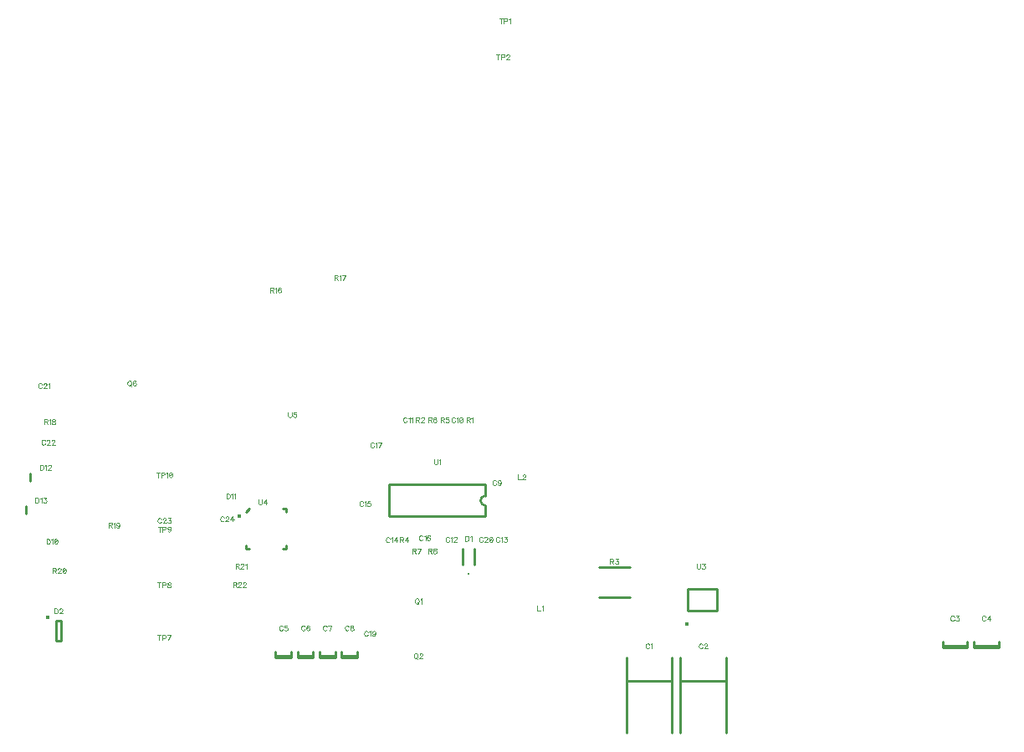
<source format=gbr>
G04 DipTrace 3.3.1.3*
G04 TopSilk.gbr*
%MOMM*%
G04 #@! TF.FileFunction,Legend,Top*
G04 #@! TF.Part,Single*
%ADD10C,0.25*%
%ADD21O,0.23999X0.23961*%
%ADD23O,0.39176X0.39154*%
%ADD39O,0.41272X0.39072*%
%ADD46O,0.39993X0.39962*%
%ADD115C,0.07843*%
%FSLAX35Y35*%
G04*
G71*
G90*
G75*
G01*
G04 TopSilk*
%LPD*%
X5628177Y1933901D2*
D10*
Y1173913D1*
X5168177Y1933901D2*
Y1173913D1*
X5628177Y1703942D2*
X5168177D1*
X6177053Y1933901D2*
Y1173913D1*
X5717053Y1933901D2*
Y1173913D1*
X6177053Y1703942D2*
X5717053D1*
X8618810Y2053427D2*
X8368790D1*
X8618810Y2034507D2*
X8368790D1*
X8618810D2*
Y2094347D1*
X8368790Y2034507D2*
Y2094347D1*
X8936310Y2053427D2*
X8686290D1*
X8936310Y2034507D2*
X8686290D1*
X8936310D2*
Y2094347D1*
X8686290Y2034507D2*
Y2094347D1*
X1779227Y1955300D2*
X1619387D1*
X1779227Y1936380D2*
X1619387D1*
X1779227D2*
Y1996220D1*
X1619387Y1936380D2*
Y1996220D1*
X2001470Y1955300D2*
X1841630D1*
X2001470Y1936380D2*
X1841630D1*
X2001470D2*
Y1996220D1*
X1841630Y1936380D2*
Y1996220D1*
X2223723Y1955300D2*
X2063883D1*
X2223723Y1936380D2*
X2063883D1*
X2223723D2*
Y1996220D1*
X2063883Y1936380D2*
Y1996220D1*
X2445970Y1955300D2*
X2286130D1*
X2445970Y1936380D2*
X2286130D1*
X2445970D2*
Y1996220D1*
X2286130Y1936380D2*
Y1996220D1*
X3512552Y2873412D2*
Y3033410D1*
X3632548Y2873412D2*
Y3033410D1*
D21*
X3572550Y2779412D3*
D23*
X-689315Y2339142D3*
X-601937Y2305805D2*
D10*
Y2105788D1*
X-551963D1*
Y2305805D1*
X-601937D1*
X-862200Y3723050D2*
Y3803050D1*
X-909823Y3389673D2*
Y3469673D1*
X4889087Y2849507D2*
X5208767D1*
X4889087Y2549347D2*
X5208767D1*
X3745000Y3685282D2*
X2765100D1*
X3745000Y3364565D2*
X2765100D1*
Y3685282D2*
Y3364565D1*
X3745000Y3685282D2*
Y3575065D1*
Y3474781D2*
Y3364565D1*
Y3575065D2*
G03X3745000Y3474781I167J-50142D01*
G01*
X1323901Y3411369D2*
X1354205Y3441113D1*
X1323901Y3041241D2*
X1354205D1*
X1323901D2*
Y3070985D1*
X1724280Y3041241D2*
Y3070985D1*
Y3041241D2*
X1693976D1*
X1724280Y3441113D2*
Y3411369D1*
Y3441113D2*
X1693976D1*
D39*
X1254646Y3365785D3*
X5790183Y2412524D2*
D10*
X6090162D1*
X5790183Y2632576D2*
X6090162D1*
Y2412524D2*
Y2632576D1*
D46*
X5780185Y2272541D3*
X5790183Y2412524D2*
D10*
Y2632576D1*
X5402463Y2066189D2*
D115*
X5400048Y2071018D1*
X5395163Y2075903D1*
X5390334Y2078318D1*
X5380619D1*
X5375734Y2075903D1*
X5370904Y2071018D1*
X5368434Y2066189D1*
X5366019Y2058889D1*
Y2046703D1*
X5368434Y2039460D1*
X5370904Y2034574D1*
X5375734Y2029745D1*
X5380619Y2027274D1*
X5390334D1*
X5395163Y2029745D1*
X5400048Y2034574D1*
X5402463Y2039460D1*
X5418149Y2068547D2*
X5423034Y2071018D1*
X5430334Y2078262D1*
Y2027274D1*
X5940418Y2066189D2*
X5938003Y2071018D1*
X5933118Y2075903D1*
X5928288Y2078318D1*
X5918574D1*
X5913688Y2075903D1*
X5908859Y2071018D1*
X5906388Y2066189D1*
X5903974Y2058889D1*
Y2046703D1*
X5906388Y2039460D1*
X5908859Y2034574D1*
X5913688Y2029745D1*
X5918574Y2027274D1*
X5928288D1*
X5933118Y2029745D1*
X5938003Y2034574D1*
X5940418Y2039460D1*
X5958575Y2066133D2*
Y2068547D1*
X5960989Y2073433D1*
X5963404Y2075847D1*
X5968289Y2078262D1*
X5978004D1*
X5982833Y2075847D1*
X5985248Y2073433D1*
X5987718Y2068547D1*
Y2063718D1*
X5985248Y2058833D1*
X5980418Y2051589D1*
X5956104Y2027274D1*
X5990133D1*
X8487164Y2346692D2*
X8484750Y2351521D1*
X8479864Y2356407D1*
X8475035Y2358821D1*
X8465320D1*
X8460435Y2356407D1*
X8455606Y2351521D1*
X8453135Y2346692D1*
X8450720Y2339392D1*
Y2327207D1*
X8453135Y2319963D1*
X8455606Y2315077D1*
X8460435Y2310248D1*
X8465320Y2307777D1*
X8475035D1*
X8479864Y2310248D1*
X8484750Y2315077D1*
X8487164Y2319963D1*
X8507736Y2358765D2*
X8534409D1*
X8519865Y2339336D1*
X8527165D1*
X8531994Y2336921D1*
X8534409Y2334507D1*
X8536880Y2327207D1*
Y2322377D1*
X8534409Y2315077D1*
X8529580Y2310192D1*
X8522280Y2307777D1*
X8514980D1*
X8507736Y2310192D1*
X8505321Y2312663D1*
X8502850Y2317492D1*
X8803457Y2346692D2*
X8801042Y2351521D1*
X8796157Y2356407D1*
X8791328Y2358821D1*
X8781613D1*
X8776728Y2356407D1*
X8771898Y2351521D1*
X8769428Y2346692D1*
X8767013Y2339392D1*
Y2327207D1*
X8769428Y2319963D1*
X8771898Y2315077D1*
X8776728Y2310248D1*
X8781613Y2307777D1*
X8791328D1*
X8796157Y2310248D1*
X8801042Y2315077D1*
X8803457Y2319963D1*
X8843458Y2307777D2*
Y2358765D1*
X8819143Y2324792D1*
X8855587D1*
X1692671Y2248565D2*
X1690256Y2253395D1*
X1685371Y2258280D1*
X1680542Y2260695D1*
X1670827D1*
X1665942Y2258280D1*
X1661112Y2253395D1*
X1658642Y2248565D1*
X1656227Y2241265D1*
Y2229080D1*
X1658642Y2221836D1*
X1661112Y2216951D1*
X1665942Y2212122D1*
X1670827Y2209651D1*
X1680542D1*
X1685371Y2212122D1*
X1690256Y2216951D1*
X1692671Y2221836D1*
X1737501Y2260638D2*
X1713242D1*
X1710828Y2238795D1*
X1713242Y2241209D1*
X1720542Y2243680D1*
X1727786D1*
X1735086Y2241209D1*
X1739972Y2236380D1*
X1742386Y2229080D1*
Y2224251D1*
X1739972Y2216951D1*
X1735086Y2212065D1*
X1727786Y2209651D1*
X1720542D1*
X1713242Y2212065D1*
X1710828Y2214536D1*
X1708357Y2219365D1*
X1916150Y2248565D2*
X1913735Y2253395D1*
X1908850Y2258280D1*
X1904020Y2260695D1*
X1894306D1*
X1889420Y2258280D1*
X1884591Y2253395D1*
X1882120Y2248565D1*
X1879706Y2241265D1*
Y2229080D1*
X1882120Y2221836D1*
X1884591Y2216951D1*
X1889420Y2212122D1*
X1894306Y2209651D1*
X1904020D1*
X1908850Y2212122D1*
X1913735Y2216951D1*
X1916150Y2221836D1*
X1960980Y2253395D2*
X1958565Y2258224D1*
X1951265Y2260638D1*
X1946436D1*
X1939136Y2258224D1*
X1934250Y2250924D1*
X1931836Y2238795D1*
Y2226665D1*
X1934250Y2216951D1*
X1939136Y2212065D1*
X1946436Y2209651D1*
X1948850D1*
X1956094Y2212065D1*
X1960980Y2216951D1*
X1963394Y2224251D1*
Y2226665D1*
X1960980Y2233965D1*
X1956094Y2238795D1*
X1948850Y2241209D1*
X1946436D1*
X1939136Y2238795D1*
X1934250Y2233965D1*
X1931836Y2226665D1*
X2137168Y2248565D2*
X2134753Y2253395D1*
X2129868Y2258280D1*
X2125038Y2260695D1*
X2115324D1*
X2110438Y2258280D1*
X2105609Y2253395D1*
X2103138Y2248565D1*
X2100724Y2241265D1*
Y2229080D1*
X2103138Y2221836D1*
X2105609Y2216951D1*
X2110438Y2212122D1*
X2115324Y2209651D1*
X2125038D1*
X2129868Y2212122D1*
X2134753Y2216951D1*
X2137168Y2221836D1*
X2162568Y2209651D2*
X2186883Y2260638D1*
X2152854D1*
X2359442Y2248565D2*
X2357028Y2253395D1*
X2352142Y2258280D1*
X2347313Y2260695D1*
X2337598D1*
X2332713Y2258280D1*
X2327884Y2253395D1*
X2325413Y2248565D1*
X2322998Y2241265D1*
Y2229080D1*
X2325413Y2221836D1*
X2327884Y2216951D1*
X2332713Y2212122D1*
X2337598Y2209651D1*
X2347313D1*
X2352142Y2212122D1*
X2357028Y2216951D1*
X2359442Y2221836D1*
X2387258Y2260638D2*
X2380014Y2258224D1*
X2377543Y2253395D1*
Y2248509D1*
X2380014Y2243680D1*
X2384843Y2241209D1*
X2394558Y2238795D1*
X2401858Y2236380D1*
X2406687Y2231495D1*
X2409102Y2226665D1*
Y2219365D1*
X2406687Y2214536D1*
X2404272Y2212065D1*
X2396972Y2209651D1*
X2387258D1*
X2380014Y2212065D1*
X2377543Y2214536D1*
X2375129Y2219365D1*
Y2226665D1*
X2377543Y2231495D1*
X2382429Y2236380D1*
X2389672Y2238795D1*
X2399387Y2241209D1*
X2404272Y2243680D1*
X2406687Y2248509D1*
Y2253395D1*
X2404272Y2258224D1*
X2396972Y2260638D1*
X2387258D1*
X3852871Y3721565D2*
X3850457Y3726395D1*
X3845571Y3731280D1*
X3840742Y3733695D1*
X3831028D1*
X3826142Y3731280D1*
X3821313Y3726395D1*
X3818842Y3721565D1*
X3816428Y3714265D1*
Y3702080D1*
X3818842Y3694836D1*
X3821313Y3689951D1*
X3826142Y3685122D1*
X3831028Y3682651D1*
X3840742D1*
X3845571Y3685122D1*
X3850457Y3689951D1*
X3852871Y3694836D1*
X3900172Y3716680D2*
X3897702Y3709380D1*
X3892872Y3704495D1*
X3885572Y3702080D1*
X3883158D1*
X3875858Y3704495D1*
X3871029Y3709380D1*
X3868558Y3716680D1*
Y3719095D1*
X3871029Y3726395D1*
X3875858Y3731224D1*
X3883158Y3733638D1*
X3885572D1*
X3892872Y3731224D1*
X3897702Y3726395D1*
X3900172Y3716680D1*
Y3704495D1*
X3897702Y3692365D1*
X3892872Y3685065D1*
X3885572Y3682651D1*
X3880743D1*
X3873443Y3685065D1*
X3871029Y3689951D1*
X3436855Y4356565D2*
X3434440Y4361395D1*
X3429555Y4366280D1*
X3424726Y4368695D1*
X3415011D1*
X3410126Y4366280D1*
X3405297Y4361395D1*
X3402826Y4356565D1*
X3400411Y4349265D1*
Y4337080D1*
X3402826Y4329836D1*
X3405297Y4324951D1*
X3410126Y4320122D1*
X3415011Y4317651D1*
X3424726D1*
X3429555Y4320122D1*
X3434440Y4324951D1*
X3436855Y4329836D1*
X3452541Y4358924D2*
X3457427Y4361395D1*
X3464727Y4368638D1*
Y4317651D1*
X3495013Y4368638D2*
X3487713Y4366224D1*
X3482828Y4358924D1*
X3480413Y4346795D1*
Y4339495D1*
X3482828Y4327365D1*
X3487713Y4320065D1*
X3495013Y4317651D1*
X3499842D1*
X3507142Y4320065D1*
X3511971Y4327365D1*
X3514442Y4339495D1*
Y4346795D1*
X3511971Y4358924D1*
X3507142Y4366224D1*
X3499842Y4368638D1*
X3495013D1*
X3511971Y4358924D2*
X3482828Y4327365D1*
X2947777Y4356565D2*
X2945362Y4361395D1*
X2940477Y4366280D1*
X2935648Y4368695D1*
X2925933D1*
X2921048Y4366280D1*
X2916218Y4361395D1*
X2913748Y4356565D1*
X2911333Y4349265D1*
Y4337080D1*
X2913748Y4329836D1*
X2916218Y4324951D1*
X2921048Y4320122D1*
X2925933Y4317651D1*
X2935648D1*
X2940477Y4320122D1*
X2945362Y4324951D1*
X2947777Y4329836D1*
X2963463Y4358924D2*
X2968349Y4361395D1*
X2975649Y4368638D1*
Y4317651D1*
X2991335Y4358924D2*
X2996220Y4361395D1*
X3003520Y4368638D1*
Y4317651D1*
X3377353Y3145440D2*
X3374939Y3150270D1*
X3370053Y3155155D1*
X3365224Y3157570D1*
X3355509D1*
X3350624Y3155155D1*
X3345795Y3150270D1*
X3343324Y3145440D1*
X3340909Y3138140D1*
Y3125955D1*
X3343324Y3118711D1*
X3345795Y3113826D1*
X3350624Y3108997D1*
X3355509Y3106526D1*
X3365224D1*
X3370053Y3108997D1*
X3374939Y3113826D1*
X3377353Y3118711D1*
X3393040Y3147799D2*
X3397925Y3150270D1*
X3405225Y3157513D1*
Y3106526D1*
X3423382Y3145384D2*
Y3147799D1*
X3425797Y3152684D1*
X3428211Y3155099D1*
X3433097Y3157513D1*
X3442811D1*
X3447641Y3155099D1*
X3450055Y3152684D1*
X3452526Y3147799D1*
Y3142970D1*
X3450055Y3138084D1*
X3445226Y3130840D1*
X3420911Y3106526D1*
X3454941D1*
X3885353Y3145440D2*
X3882939Y3150270D1*
X3878053Y3155155D1*
X3873224Y3157570D1*
X3863509D1*
X3858624Y3155155D1*
X3853795Y3150270D1*
X3851324Y3145440D1*
X3848909Y3138140D1*
Y3125955D1*
X3851324Y3118711D1*
X3853795Y3113826D1*
X3858624Y3108997D1*
X3863509Y3106526D1*
X3873224D1*
X3878053Y3108997D1*
X3882939Y3113826D1*
X3885353Y3118711D1*
X3901040Y3147799D2*
X3905925Y3150270D1*
X3913225Y3157513D1*
Y3106526D1*
X3933797Y3157513D2*
X3960470D1*
X3945926Y3138084D1*
X3953226D1*
X3958055Y3135670D1*
X3960470Y3133255D1*
X3962941Y3125955D1*
Y3121126D1*
X3960470Y3113826D1*
X3955641Y3108940D1*
X3948341Y3106526D1*
X3941041D1*
X3933797Y3108940D1*
X3931382Y3111411D1*
X3928911Y3116240D1*
X2772894Y3140065D2*
X2770480Y3144895D1*
X2765594Y3149780D1*
X2760765Y3152195D1*
X2751051D1*
X2746165Y3149780D1*
X2741336Y3144895D1*
X2738865Y3140065D1*
X2736451Y3132765D1*
Y3120580D1*
X2738865Y3113336D1*
X2741336Y3108451D1*
X2746165Y3103622D1*
X2751051Y3101151D1*
X2760765D1*
X2765594Y3103622D1*
X2770480Y3108451D1*
X2772894Y3113336D1*
X2788581Y3142424D2*
X2793466Y3144895D1*
X2800766Y3152138D1*
Y3101151D1*
X2840767D2*
Y3152138D1*
X2816452Y3118165D1*
X2852896D1*
X2504228Y3506439D2*
X2501814Y3511268D1*
X2496928Y3516153D1*
X2492099Y3518568D1*
X2482384D1*
X2477499Y3516153D1*
X2472670Y3511268D1*
X2470199Y3506439D1*
X2467784Y3499139D1*
Y3486953D1*
X2470199Y3479710D1*
X2472670Y3474824D1*
X2477499Y3469995D1*
X2482384Y3467524D1*
X2492099D1*
X2496928Y3469995D1*
X2501814Y3474824D1*
X2504228Y3479710D1*
X2519915Y3508797D2*
X2524800Y3511268D1*
X2532100Y3518512D1*
Y3467524D1*
X2576930Y3518512D2*
X2552672D1*
X2550257Y3496668D1*
X2552672Y3499083D1*
X2559972Y3501553D1*
X2567216D1*
X2574516Y3499083D1*
X2579401Y3494253D1*
X2581816Y3486953D1*
Y3482124D1*
X2579401Y3474824D1*
X2574516Y3469939D1*
X2567216Y3467524D1*
X2559972D1*
X2552672Y3469939D1*
X2550257Y3472410D1*
X2547786Y3477239D1*
X3108714Y3160939D2*
X3106299Y3165768D1*
X3101414Y3170653D1*
X3096584Y3173068D1*
X3086870D1*
X3081984Y3170653D1*
X3077155Y3165768D1*
X3074684Y3160939D1*
X3072270Y3153639D1*
Y3141453D1*
X3074684Y3134210D1*
X3077155Y3129324D1*
X3081984Y3124495D1*
X3086870Y3122024D1*
X3096584D1*
X3101414Y3124495D1*
X3106299Y3129324D1*
X3108714Y3134210D1*
X3124400Y3163297D2*
X3129285Y3165768D1*
X3136585Y3173012D1*
Y3122024D1*
X3181416Y3165768D2*
X3179001Y3170597D1*
X3171701Y3173012D1*
X3166872D1*
X3159572Y3170597D1*
X3154686Y3163297D1*
X3152272Y3151168D1*
Y3139039D1*
X3154686Y3129324D1*
X3159572Y3124439D1*
X3166872Y3122024D1*
X3169286D1*
X3176530Y3124439D1*
X3181416Y3129324D1*
X3183830Y3136624D1*
Y3139039D1*
X3181416Y3146339D1*
X3176530Y3151168D1*
X3169286Y3153583D1*
X3166872D1*
X3159572Y3151168D1*
X3154686Y3146339D1*
X3152272Y3139039D1*
X2615355Y4102565D2*
X2612940Y4107395D1*
X2608055Y4112280D1*
X2603226Y4114695D1*
X2593511D1*
X2588626Y4112280D1*
X2583797Y4107395D1*
X2581326Y4102565D1*
X2578911Y4095265D1*
Y4083080D1*
X2581326Y4075836D1*
X2583797Y4070951D1*
X2588626Y4066122D1*
X2593511Y4063651D1*
X2603226D1*
X2608055Y4066122D1*
X2612940Y4070951D1*
X2615355Y4075836D1*
X2631041Y4104924D2*
X2635927Y4107395D1*
X2643227Y4114638D1*
Y4063651D1*
X2668628D2*
X2692942Y4114638D1*
X2658913D1*
X2553059Y2192942D2*
X2550644Y2197771D1*
X2545759Y2202657D1*
X2540930Y2205071D1*
X2531215D1*
X2526330Y2202657D1*
X2521501Y2197771D1*
X2519030Y2192942D1*
X2516615Y2185642D1*
Y2173457D1*
X2519030Y2166213D1*
X2521501Y2161327D1*
X2526330Y2156498D1*
X2531215Y2154027D1*
X2540930D1*
X2545759Y2156498D1*
X2550644Y2161327D1*
X2553059Y2166213D1*
X2568745Y2195301D2*
X2573631Y2197771D1*
X2580931Y2205015D1*
Y2154027D1*
X2628232Y2188057D2*
X2625761Y2180757D1*
X2620932Y2175871D1*
X2613632Y2173457D1*
X2611217D1*
X2603917Y2175871D1*
X2599088Y2180757D1*
X2596617Y2188057D1*
Y2190471D1*
X2599088Y2197771D1*
X2603917Y2202601D1*
X2611217Y2205015D1*
X2613632D1*
X2620932Y2202601D1*
X2625761Y2197771D1*
X2628232Y2188057D1*
Y2175871D1*
X2625761Y2163742D1*
X2620932Y2156442D1*
X2613632Y2154027D1*
X2608802D1*
X2601502Y2156442D1*
X2599088Y2161327D1*
X3715681Y3145440D2*
X3713267Y3150270D1*
X3708381Y3155155D1*
X3703552Y3157570D1*
X3693838D1*
X3688952Y3155155D1*
X3684123Y3150270D1*
X3681652Y3145440D1*
X3679238Y3138140D1*
Y3125955D1*
X3681652Y3118711D1*
X3684123Y3113826D1*
X3688952Y3108997D1*
X3693838Y3106526D1*
X3703552D1*
X3708381Y3108997D1*
X3713267Y3113826D1*
X3715681Y3118711D1*
X3733838Y3145384D2*
Y3147799D1*
X3736253Y3152684D1*
X3738668Y3155099D1*
X3743553Y3157513D1*
X3753268D1*
X3758097Y3155099D1*
X3760512Y3152684D1*
X3762982Y3147799D1*
Y3142970D1*
X3760512Y3138084D1*
X3755682Y3130840D1*
X3731368Y3106526D1*
X3765397D1*
X3795683Y3157513D2*
X3788383Y3155099D1*
X3783498Y3147799D1*
X3781083Y3135670D1*
Y3128370D1*
X3783498Y3116240D1*
X3788383Y3108940D1*
X3795683Y3106526D1*
X3800512D1*
X3807812Y3108940D1*
X3812642Y3116240D1*
X3815112Y3128370D1*
Y3135670D1*
X3812642Y3147799D1*
X3807812Y3155099D1*
X3800512Y3157513D1*
X3795683D1*
X3812642Y3147799D2*
X3783498Y3116240D1*
X-744522Y4700815D2*
X-746936Y4705645D1*
X-751822Y4710530D1*
X-756651Y4712945D1*
X-766366D1*
X-771251Y4710530D1*
X-776080Y4705645D1*
X-778551Y4700815D1*
X-780966Y4693515D1*
Y4681330D1*
X-778551Y4674086D1*
X-776080Y4669201D1*
X-771251Y4664372D1*
X-766366Y4661901D1*
X-756651D1*
X-751822Y4664372D1*
X-746936Y4669201D1*
X-744522Y4674086D1*
X-726365Y4700759D2*
Y4703174D1*
X-723950Y4708059D1*
X-721535Y4710474D1*
X-716650Y4712888D1*
X-706935D1*
X-702106Y4710474D1*
X-699692Y4708059D1*
X-697221Y4703174D1*
Y4698345D1*
X-699692Y4693459D1*
X-704521Y4686215D1*
X-728835Y4661901D1*
X-694806D1*
X-679120Y4703174D2*
X-674234Y4705645D1*
X-666934Y4712888D1*
Y4661901D1*
X-713444Y4130192D2*
X-715858Y4135021D1*
X-720744Y4139907D1*
X-725573Y4142321D1*
X-735287D1*
X-740173Y4139907D1*
X-745002Y4135021D1*
X-747473Y4130192D1*
X-749887Y4122892D1*
Y4110707D1*
X-747473Y4103463D1*
X-745002Y4098577D1*
X-740173Y4093748D1*
X-735287Y4091277D1*
X-725573D1*
X-720744Y4093748D1*
X-715858Y4098577D1*
X-713444Y4103463D1*
X-695287Y4130136D2*
Y4132551D1*
X-692872Y4137436D1*
X-690457Y4139851D1*
X-685572Y4142265D1*
X-675857D1*
X-671028Y4139851D1*
X-668613Y4137436D1*
X-666143Y4132551D1*
Y4127721D1*
X-668613Y4122836D1*
X-673443Y4115592D1*
X-697757Y4091277D1*
X-663728D1*
X-645571Y4130136D2*
Y4132551D1*
X-643156Y4137436D1*
X-640742Y4139851D1*
X-635856Y4142265D1*
X-626142D1*
X-621313Y4139851D1*
X-618898Y4137436D1*
X-616427Y4132551D1*
Y4127721D1*
X-618898Y4122836D1*
X-623727Y4115592D1*
X-648042Y4091277D1*
X-614013D1*
X462806Y3336442D2*
X460392Y3341271D1*
X455506Y3346157D1*
X450677Y3348571D1*
X440963D1*
X436077Y3346157D1*
X431248Y3341271D1*
X428777Y3336442D1*
X426363Y3329142D1*
Y3316957D1*
X428777Y3309713D1*
X431248Y3304827D1*
X436077Y3299998D1*
X440963Y3297527D1*
X450677D1*
X455506Y3299998D1*
X460392Y3304827D1*
X462806Y3309713D1*
X480963Y3336386D2*
Y3338801D1*
X483378Y3343686D1*
X485793Y3346101D1*
X490678Y3348515D1*
X500393D1*
X505222Y3346101D1*
X507637Y3343686D1*
X510107Y3338801D1*
Y3333971D1*
X507637Y3329086D1*
X502807Y3321842D1*
X478493Y3297527D1*
X512522D1*
X533094Y3348515D2*
X559767D1*
X545223Y3329086D1*
X552523D1*
X557352Y3326671D1*
X559767Y3324257D1*
X562237Y3316957D1*
Y3312127D1*
X559767Y3304827D1*
X554937Y3299942D1*
X547637Y3297527D1*
X540337D1*
X533094Y3299942D1*
X530679Y3302413D1*
X528208Y3307242D1*
X1096599Y3352315D2*
X1094184Y3357145D1*
X1089299Y3362030D1*
X1084470Y3364445D1*
X1074755D1*
X1069870Y3362030D1*
X1065041Y3357145D1*
X1062570Y3352315D1*
X1060155Y3345015D1*
Y3332830D1*
X1062570Y3325586D1*
X1065041Y3320701D1*
X1069870Y3315872D1*
X1074755Y3313401D1*
X1084470D1*
X1089299Y3315872D1*
X1094184Y3320701D1*
X1096599Y3325586D1*
X1114756Y3352259D2*
Y3354674D1*
X1117171Y3359559D1*
X1119585Y3361974D1*
X1124471Y3364388D1*
X1134185D1*
X1139015Y3361974D1*
X1141429Y3359559D1*
X1143900Y3354674D1*
Y3349845D1*
X1141429Y3344959D1*
X1136600Y3337715D1*
X1112285Y3313401D1*
X1146315D1*
X1186316D2*
Y3364388D1*
X1162001Y3330415D1*
X1198445D1*
X3541600Y3167820D2*
Y3116776D1*
X3558614D1*
X3565914Y3119247D1*
X3570800Y3124076D1*
X3573214Y3128961D1*
X3575629Y3136205D1*
Y3148390D1*
X3573214Y3155690D1*
X3570800Y3160520D1*
X3565914Y3165405D1*
X3558614Y3167820D1*
X3541600D1*
X3591315Y3158049D2*
X3596200Y3160520D1*
X3603500Y3167763D1*
Y3116776D1*
X-618822Y2433113D2*
Y2382069D1*
X-601808D1*
X-594508Y2384540D1*
X-589622Y2389369D1*
X-587208Y2394255D1*
X-584793Y2401498D1*
Y2413684D1*
X-587208Y2420984D1*
X-589622Y2425813D1*
X-594508Y2430698D1*
X-601808Y2433113D1*
X-618822D1*
X-566636Y2420928D2*
Y2423342D1*
X-564221Y2428228D1*
X-561807Y2430642D1*
X-556921Y2433057D1*
X-547207D1*
X-542378Y2430642D1*
X-539963Y2428228D1*
X-537492Y2423342D1*
Y2418513D1*
X-539963Y2413628D1*
X-544792Y2406384D1*
X-569107Y2382069D1*
X-535078D1*
X-698635Y3136321D2*
Y3085277D1*
X-681620D1*
X-674320Y3087748D1*
X-669435Y3092577D1*
X-667020Y3097463D1*
X-664606Y3104707D1*
Y3116892D1*
X-667020Y3124192D1*
X-669435Y3129021D1*
X-674320Y3133907D1*
X-681620Y3136321D1*
X-698635D1*
X-648919Y3126551D2*
X-644034Y3129021D1*
X-636734Y3136265D1*
Y3085277D1*
X-606448Y3136265D2*
X-613748Y3133851D1*
X-618633Y3126551D1*
X-621048Y3114421D1*
Y3107121D1*
X-618633Y3094992D1*
X-613748Y3087692D1*
X-606448Y3085277D1*
X-601618D1*
X-594318Y3087692D1*
X-589489Y3094992D1*
X-587018Y3107121D1*
Y3114421D1*
X-589489Y3126551D1*
X-594318Y3133851D1*
X-601618Y3136265D1*
X-606448D1*
X-589489Y3126551D2*
X-618633Y3094992D1*
X1122037Y3596695D2*
Y3545651D1*
X1139052D1*
X1146352Y3548122D1*
X1151237Y3552951D1*
X1153652Y3557836D1*
X1156066Y3565080D1*
Y3577265D1*
X1153652Y3584565D1*
X1151237Y3589395D1*
X1146352Y3594280D1*
X1139052Y3596695D1*
X1122037D1*
X1171753Y3586924D2*
X1176638Y3589395D1*
X1183938Y3596638D1*
Y3545651D1*
X1199624Y3586924D2*
X1204510Y3589395D1*
X1211810Y3596638D1*
Y3545651D1*
X-763008Y3887445D2*
Y3836401D1*
X-745994D1*
X-738694Y3838872D1*
X-733808Y3843701D1*
X-731394Y3848586D1*
X-728979Y3855830D1*
Y3868015D1*
X-731394Y3875315D1*
X-733808Y3880145D1*
X-738694Y3885030D1*
X-745994Y3887445D1*
X-763008D1*
X-713293Y3877674D2*
X-708407Y3880145D1*
X-701107Y3887388D1*
Y3836401D1*
X-682950Y3875259D2*
Y3877674D1*
X-680536Y3882559D1*
X-678121Y3884974D1*
X-673236Y3887388D1*
X-663521D1*
X-658692Y3884974D1*
X-656277Y3882559D1*
X-653806Y3877674D1*
Y3872845D1*
X-656277Y3867959D1*
X-661106Y3860715D1*
X-685421Y3836401D1*
X-651392D1*
X-810632Y3554068D2*
Y3503024D1*
X-793617D1*
X-786317Y3505495D1*
X-781432Y3510324D1*
X-779017Y3515210D1*
X-776602Y3522453D1*
Y3534639D1*
X-779017Y3541939D1*
X-781432Y3546768D1*
X-786317Y3551653D1*
X-793617Y3554068D1*
X-810632D1*
X-760916Y3544297D2*
X-756031Y3546768D1*
X-748731Y3554012D1*
Y3503024D1*
X-728159Y3554012D2*
X-701486D1*
X-716030Y3534583D1*
X-708730D1*
X-703901Y3532168D1*
X-701486Y3529753D1*
X-699015Y3522453D1*
Y3517624D1*
X-701486Y3510324D1*
X-706315Y3505439D1*
X-713615Y3503024D1*
X-720915D1*
X-728159Y3505439D1*
X-730574Y3507910D1*
X-733044Y3512739D1*
X4269792Y2462821D2*
Y2411777D1*
X4298936D1*
X4314622Y2453051D2*
X4319508Y2455521D1*
X4326808Y2462765D1*
Y2411777D1*
X4072870Y3788818D2*
Y3737774D1*
X4102014D1*
X4120171Y3776633D2*
Y3779047D1*
X4122586Y3783933D1*
X4125000Y3786347D1*
X4129886Y3788762D1*
X4139600D1*
X4144430Y3786347D1*
X4146844Y3783933D1*
X4149315Y3779047D1*
Y3774218D1*
X4146844Y3769333D1*
X4142015Y3762089D1*
X4117700Y3737774D1*
X4151730D1*
X3045757Y2533945D2*
X3040928Y2531586D1*
X3036042Y2526701D1*
X3033628Y2521815D1*
X3031157Y2514515D1*
Y2502386D1*
X3033628Y2495086D1*
X3036042Y2490257D1*
X3040928Y2485372D1*
X3045757Y2482957D1*
X3055471D1*
X3060357Y2485372D1*
X3065186Y2490257D1*
X3067601Y2495086D1*
X3070071Y2502386D1*
Y2514515D1*
X3067601Y2521815D1*
X3065186Y2526701D1*
X3060357Y2531586D1*
X3055471Y2533945D1*
X3045757D1*
X3053057Y2492672D2*
X3067601Y2478072D1*
X3085758Y2524174D2*
X3090643Y2526645D1*
X3097943Y2533888D1*
Y2482901D1*
X3034838Y1978321D2*
X3030009Y1975963D1*
X3025124Y1971077D1*
X3022709Y1966192D1*
X3020238Y1958892D1*
Y1946763D1*
X3022709Y1939463D1*
X3025124Y1934634D1*
X3030009Y1929748D1*
X3034838Y1927334D1*
X3044553D1*
X3049438Y1929748D1*
X3054268Y1934634D1*
X3056682Y1939463D1*
X3059153Y1946763D1*
Y1958892D1*
X3056682Y1966192D1*
X3054268Y1971077D1*
X3049438Y1975963D1*
X3044553Y1978321D1*
X3034838D1*
X3042138Y1937048D2*
X3056682Y1922448D1*
X3077310Y1966136D2*
Y1968551D1*
X3079725Y1973436D1*
X3082139Y1975851D1*
X3087025Y1978265D1*
X3096739D1*
X3101568Y1975851D1*
X3103983Y1973436D1*
X3106454Y1968551D1*
Y1963721D1*
X3103983Y1958836D1*
X3099154Y1951592D1*
X3074839Y1927277D1*
X3108868D1*
X135444Y4738318D2*
X130614Y4735960D1*
X125729Y4731074D1*
X123314Y4726189D1*
X120844Y4718889D1*
Y4706760D1*
X123314Y4699460D1*
X125729Y4694630D1*
X130614Y4689745D1*
X135444Y4687330D1*
X145158D1*
X150044Y4689745D1*
X154873Y4694630D1*
X157288Y4699460D1*
X159758Y4706760D1*
Y4718889D1*
X157288Y4726189D1*
X154873Y4731074D1*
X150044Y4735960D1*
X145158Y4738318D1*
X135444D1*
X142744Y4697045D2*
X157288Y4682445D1*
X204588Y4731018D2*
X202174Y4735847D1*
X194874Y4738262D1*
X190045D1*
X182745Y4735847D1*
X177859Y4728547D1*
X175445Y4716418D1*
Y4704289D1*
X177859Y4694574D1*
X182745Y4689689D1*
X190045Y4687274D1*
X192459D1*
X199703Y4689689D1*
X204588Y4694574D1*
X207003Y4701874D1*
Y4704289D1*
X204588Y4711589D1*
X199703Y4716418D1*
X192459Y4718833D1*
X190045D1*
X182745Y4716418D1*
X177859Y4711589D1*
X175445Y4704289D1*
X3551476Y4344380D2*
X3573320D1*
X3580620Y4346851D1*
X3583091Y4349265D1*
X3585505Y4354095D1*
Y4358980D1*
X3583091Y4363809D1*
X3580620Y4366280D1*
X3573320Y4368695D1*
X3551476D1*
Y4317651D1*
X3568491Y4344380D2*
X3585505Y4317651D1*
X3601192Y4358924D2*
X3606077Y4361395D1*
X3613377Y4368638D1*
Y4317651D1*
X3040554Y4344380D2*
X3062398D1*
X3069698Y4346851D1*
X3072169Y4349265D1*
X3074584Y4354095D1*
Y4358980D1*
X3072169Y4363809D1*
X3069698Y4366280D1*
X3062398Y4368695D1*
X3040554D1*
Y4317651D1*
X3057569Y4344380D2*
X3074584Y4317651D1*
X3092741Y4356509D2*
Y4358924D1*
X3095155Y4363809D1*
X3097570Y4366224D1*
X3102455Y4368638D1*
X3112170D1*
X3116999Y4366224D1*
X3119414Y4363809D1*
X3121884Y4358924D1*
Y4354095D1*
X3119414Y4349209D1*
X3114584Y4341965D1*
X3090270Y4317651D1*
X3124299D1*
X5007054Y2909507D2*
X5028898D1*
X5036198Y2911977D1*
X5038669Y2914392D1*
X5041084Y2919221D1*
Y2924107D1*
X5038669Y2928936D1*
X5036198Y2931407D1*
X5028898Y2933821D1*
X5007054D1*
Y2882777D1*
X5024069Y2909507D2*
X5041084Y2882777D1*
X5061655Y2933765D2*
X5088328D1*
X5073784Y2914336D1*
X5081084D1*
X5085914Y2911921D1*
X5088328Y2909507D1*
X5090799Y2902207D1*
Y2897377D1*
X5088328Y2890077D1*
X5083499Y2885192D1*
X5076199Y2882777D1*
X5068899D1*
X5061655Y2885192D1*
X5059241Y2887663D1*
X5056770Y2892492D1*
X2878597Y3127880D2*
X2900441D1*
X2907741Y3130351D1*
X2910212Y3132765D1*
X2912626Y3137595D1*
Y3142480D1*
X2910212Y3147309D1*
X2907741Y3149780D1*
X2900441Y3152195D1*
X2878597D1*
Y3101151D1*
X2895612Y3127880D2*
X2912626Y3101151D1*
X2952627D2*
Y3152138D1*
X2928312Y3118165D1*
X2964756D1*
X3290554Y4344380D2*
X3312398D1*
X3319698Y4346851D1*
X3322169Y4349265D1*
X3324584Y4354095D1*
Y4358980D1*
X3322169Y4363809D1*
X3319698Y4366280D1*
X3312398Y4368695D1*
X3290554D1*
Y4317651D1*
X3307569Y4344380D2*
X3324584Y4317651D1*
X3369414Y4368638D2*
X3345155D1*
X3342741Y4346795D1*
X3345155Y4349209D1*
X3352455Y4351680D1*
X3359699D1*
X3366999Y4349209D1*
X3371884Y4344380D1*
X3374299Y4337080D1*
Y4332251D1*
X3371884Y4324951D1*
X3366999Y4320065D1*
X3359699Y4317651D1*
X3352455D1*
X3345155Y4320065D1*
X3342741Y4322536D1*
X3340270Y4327365D1*
X3166790Y4344380D2*
X3188634D1*
X3195934Y4346851D1*
X3198404Y4349265D1*
X3200819Y4354095D1*
Y4358980D1*
X3198404Y4363809D1*
X3195934Y4366280D1*
X3188634Y4368695D1*
X3166790D1*
Y4317651D1*
X3183804Y4344380D2*
X3200819Y4317651D1*
X3245649Y4361395D2*
X3243234Y4366224D1*
X3235934Y4368638D1*
X3231105D1*
X3223805Y4366224D1*
X3218920Y4358924D1*
X3216505Y4346795D1*
Y4334665D1*
X3218920Y4324951D1*
X3223805Y4320065D1*
X3231105Y4317651D1*
X3233520D1*
X3240764Y4320065D1*
X3245649Y4324951D1*
X3248064Y4332251D1*
Y4334665D1*
X3245649Y4341965D1*
X3240764Y4346795D1*
X3233520Y4349209D1*
X3231105D1*
X3223805Y4346795D1*
X3218920Y4341965D1*
X3216505Y4334665D1*
X3006804Y3016503D2*
X3028648D1*
X3035948Y3018974D1*
X3038419Y3021389D1*
X3040834Y3026218D1*
Y3031103D1*
X3038419Y3035933D1*
X3035948Y3038403D1*
X3028648Y3040818D1*
X3006804D1*
Y2989774D1*
X3023819Y3016503D2*
X3040834Y2989774D1*
X3066234D2*
X3090549Y3040762D1*
X3056520D1*
X3165579Y3016503D2*
X3187423D1*
X3194723Y3018974D1*
X3197194Y3021389D1*
X3199608Y3026218D1*
Y3031103D1*
X3197194Y3035933D1*
X3194723Y3038403D1*
X3187423Y3040818D1*
X3165579D1*
Y2989774D1*
X3182594Y3016503D2*
X3199608Y2989774D1*
X3227424Y3040762D2*
X3220180Y3038347D1*
X3217709Y3033518D1*
Y3028633D1*
X3220180Y3023803D1*
X3225009Y3021333D1*
X3234724Y3018918D1*
X3242024Y3016503D1*
X3246853Y3011618D1*
X3249268Y3006789D1*
Y2999489D1*
X3246853Y2994660D1*
X3244438Y2992189D1*
X3237138Y2989774D1*
X3227424D1*
X3220180Y2992189D1*
X3217709Y2994660D1*
X3215295Y2999489D1*
Y3006789D1*
X3217709Y3011618D1*
X3222595Y3016503D1*
X3229838Y3018918D1*
X3239553Y3021333D1*
X3244438Y3023803D1*
X3246853Y3028633D1*
Y3033518D1*
X3244438Y3038347D1*
X3237138Y3040762D1*
X3227424D1*
X1566851Y5657880D2*
X1588694D1*
X1595994Y5660351D1*
X1598465Y5662765D1*
X1600880Y5667595D1*
Y5672480D1*
X1598465Y5677309D1*
X1595994Y5679780D1*
X1588694Y5682195D1*
X1566851D1*
Y5631151D1*
X1583865Y5657880D2*
X1600880Y5631151D1*
X1616566Y5672424D2*
X1621451Y5674895D1*
X1628751Y5682138D1*
Y5631151D1*
X1673582Y5674895D2*
X1671167Y5679724D1*
X1663867Y5682138D1*
X1659038D1*
X1651738Y5679724D1*
X1646852Y5672424D1*
X1644438Y5660295D1*
Y5648165D1*
X1646852Y5638451D1*
X1651738Y5633565D1*
X1659038Y5631151D1*
X1661452D1*
X1668696Y5633565D1*
X1673582Y5638451D1*
X1675996Y5645751D1*
Y5648165D1*
X1673582Y5655465D1*
X1668696Y5660295D1*
X1661452Y5662709D1*
X1659038D1*
X1651738Y5660295D1*
X1646852Y5655465D1*
X1644438Y5648165D1*
X2214992Y5784880D2*
X2236836D1*
X2244136Y5787351D1*
X2246606Y5789765D1*
X2249021Y5794595D1*
Y5799480D1*
X2246606Y5804309D1*
X2244136Y5806780D1*
X2236836Y5809195D1*
X2214992D1*
Y5758151D1*
X2232006Y5784880D2*
X2249021Y5758151D1*
X2264707Y5799424D2*
X2269593Y5801895D1*
X2276893Y5809138D1*
Y5758151D1*
X2302294D2*
X2326608Y5809138D1*
X2292579D1*
X-721857Y4324380D2*
X-700013D1*
X-692713Y4326851D1*
X-690242Y4329265D1*
X-687828Y4334095D1*
Y4338980D1*
X-690242Y4343809D1*
X-692713Y4346280D1*
X-700013Y4348695D1*
X-721857D1*
Y4297651D1*
X-704842Y4324380D2*
X-687828Y4297651D1*
X-672141Y4338924D2*
X-667256Y4341395D1*
X-659956Y4348638D1*
Y4297651D1*
X-632140Y4348638D2*
X-639384Y4346224D1*
X-641855Y4341395D1*
Y4336509D1*
X-639384Y4331680D1*
X-634555Y4329209D1*
X-624840Y4326795D1*
X-617540Y4324380D1*
X-612711Y4319495D1*
X-610297Y4314665D1*
Y4307365D1*
X-612711Y4302536D1*
X-615126Y4300065D1*
X-622426Y4297651D1*
X-632140D1*
X-639384Y4300065D1*
X-641855Y4302536D1*
X-644270Y4307365D1*
Y4314665D1*
X-641855Y4319495D1*
X-636970Y4324380D1*
X-629726Y4326795D1*
X-620011Y4329209D1*
X-615126Y4331680D1*
X-612711Y4336509D1*
Y4341395D1*
X-615126Y4346224D1*
X-622426Y4348638D1*
X-632140D1*
X-69801Y3276630D2*
X-47957D1*
X-40657Y3279101D1*
X-38186Y3281515D1*
X-35772Y3286345D1*
Y3291230D1*
X-38186Y3296059D1*
X-40657Y3298530D1*
X-47957Y3300945D1*
X-69801D1*
Y3249901D1*
X-52786Y3276630D2*
X-35772Y3249901D1*
X-20085Y3291174D2*
X-15200Y3293645D1*
X-7900Y3300888D1*
Y3249901D1*
X39401Y3283930D2*
X36930Y3276630D1*
X32101Y3271745D1*
X24801Y3269330D1*
X22386D1*
X15086Y3271745D1*
X10257Y3276630D1*
X7786Y3283930D1*
Y3286345D1*
X10257Y3293645D1*
X15086Y3298474D1*
X22386Y3300888D1*
X24801D1*
X32101Y3298474D1*
X36930Y3293645D1*
X39401Y3283930D1*
Y3271745D1*
X36930Y3259615D1*
X32101Y3252315D1*
X24801Y3249901D1*
X19972D1*
X12672Y3252315D1*
X10257Y3257201D1*
X-636057Y2816257D2*
X-614213D1*
X-606913Y2818727D1*
X-604442Y2821142D1*
X-602028Y2825971D1*
Y2830857D1*
X-604442Y2835686D1*
X-606913Y2838157D1*
X-614213Y2840571D1*
X-636057D1*
Y2789527D1*
X-619042Y2816257D2*
X-602028Y2789527D1*
X-583871Y2828386D2*
Y2830801D1*
X-581456Y2835686D1*
X-579041Y2838101D1*
X-574156Y2840515D1*
X-564441D1*
X-559612Y2838101D1*
X-557197Y2835686D1*
X-554727Y2830801D1*
Y2825971D1*
X-557197Y2821086D1*
X-562027Y2813842D1*
X-586341Y2789527D1*
X-552312D1*
X-522026Y2840515D2*
X-529326Y2838101D1*
X-534211Y2830801D1*
X-536626Y2818671D1*
Y2811371D1*
X-534211Y2799242D1*
X-529326Y2791942D1*
X-522026Y2789527D1*
X-517197D1*
X-509897Y2791942D1*
X-505067Y2799242D1*
X-502597Y2811371D1*
Y2818671D1*
X-505067Y2830801D1*
X-509897Y2838101D1*
X-517197Y2840515D1*
X-522026D1*
X-505067Y2830801D2*
X-534211Y2799242D1*
X1214868Y2863880D2*
X1236712D1*
X1244012Y2866351D1*
X1246483Y2868765D1*
X1248898Y2873595D1*
Y2878480D1*
X1246483Y2883309D1*
X1244012Y2885780D1*
X1236712Y2888195D1*
X1214868D1*
Y2837151D1*
X1231883Y2863880D2*
X1248898Y2837151D1*
X1267055Y2876009D2*
Y2878424D1*
X1269469Y2883309D1*
X1271884Y2885724D1*
X1276769Y2888138D1*
X1286484D1*
X1291313Y2885724D1*
X1293728Y2883309D1*
X1296199Y2878424D1*
Y2873595D1*
X1293728Y2868709D1*
X1288899Y2861465D1*
X1264584Y2837151D1*
X1298613D1*
X1314299Y2878424D2*
X1319185Y2880895D1*
X1326485Y2888138D1*
Y2837151D1*
X1189570Y2673380D2*
X1211414D1*
X1218714Y2675851D1*
X1221184Y2678265D1*
X1223599Y2683095D1*
Y2687980D1*
X1221184Y2692809D1*
X1218714Y2695280D1*
X1211414Y2697695D1*
X1189570D1*
Y2646651D1*
X1206584Y2673380D2*
X1223599Y2646651D1*
X1241756Y2685509D2*
Y2687924D1*
X1244171Y2692809D1*
X1246585Y2695224D1*
X1251471Y2697638D1*
X1261185D1*
X1266015Y2695224D1*
X1268429Y2692809D1*
X1270900Y2687924D1*
Y2683095D1*
X1268429Y2678209D1*
X1263600Y2670965D1*
X1239285Y2646651D1*
X1273315D1*
X1291472Y2685509D2*
Y2687924D1*
X1293886Y2692809D1*
X1296301Y2695224D1*
X1301186Y2697638D1*
X1310901D1*
X1315730Y2695224D1*
X1318145Y2692809D1*
X1320616Y2687924D1*
Y2683095D1*
X1318145Y2678209D1*
X1313316Y2670965D1*
X1289001Y2646651D1*
X1323030D1*
X3898883Y8405071D2*
Y8354027D1*
X3881868Y8405071D2*
X3915898D1*
X3931584Y8378342D2*
X3953484D1*
X3960728Y8380757D1*
X3963199Y8383227D1*
X3965613Y8388057D1*
Y8395357D1*
X3963199Y8400186D1*
X3960728Y8402657D1*
X3953484Y8405071D1*
X3931584D1*
Y8354027D1*
X3981299Y8395301D2*
X3986185Y8397771D1*
X3993485Y8405015D1*
Y8354027D1*
X3871938Y8039688D2*
Y7988644D1*
X3854923Y8039688D2*
X3888952D1*
X3904639Y8012959D2*
X3926539D1*
X3933783Y8015373D1*
X3936253Y8017844D1*
X3938668Y8022673D1*
Y8029973D1*
X3936253Y8034803D1*
X3933783Y8037273D1*
X3926539Y8039688D1*
X3904639D1*
Y7988644D1*
X3956825Y8027503D2*
Y8029917D1*
X3959240Y8034803D1*
X3961654Y8037217D1*
X3966540Y8039632D1*
X3976254D1*
X3981083Y8037217D1*
X3983498Y8034803D1*
X3985969Y8029917D1*
Y8025088D1*
X3983498Y8020203D1*
X3978669Y8012959D1*
X3954354Y7988644D1*
X3988383D1*
X443084Y2161568D2*
Y2110524D1*
X426070Y2161568D2*
X460099D1*
X475785Y2134839D2*
X497685D1*
X504929Y2137253D1*
X507400Y2139724D1*
X509815Y2144553D1*
Y2151853D1*
X507400Y2156683D1*
X504929Y2159153D1*
X497685Y2161568D1*
X475785D1*
Y2110524D1*
X535216D2*
X559530Y2161512D1*
X525501D1*
X443113Y2696568D2*
Y2645524D1*
X426098Y2696568D2*
X460127D1*
X475813Y2669839D2*
X497713D1*
X504957Y2672253D1*
X507428Y2674724D1*
X509843Y2679553D1*
Y2686853D1*
X507428Y2691683D1*
X504957Y2694153D1*
X497713Y2696568D1*
X475813D1*
Y2645524D1*
X537658Y2696512D2*
X530414Y2694097D1*
X527944Y2689268D1*
Y2684383D1*
X530414Y2679553D1*
X535244Y2677083D1*
X544958Y2674668D1*
X552258Y2672253D1*
X557087Y2667368D1*
X559502Y2662539D1*
Y2655239D1*
X557087Y2650410D1*
X554673Y2647939D1*
X547373Y2645524D1*
X537658D1*
X530414Y2647939D1*
X527944Y2650410D1*
X525529Y2655239D1*
Y2662539D1*
X527944Y2667368D1*
X532829Y2672253D1*
X540073Y2674668D1*
X549787Y2677083D1*
X554673Y2679553D1*
X557087Y2684383D1*
Y2689268D1*
X554673Y2694097D1*
X547373Y2696512D1*
X537658D1*
X444292Y3261568D2*
Y3210524D1*
X427277Y3261568D2*
X461306D1*
X476993Y3234839D2*
X498893D1*
X506137Y3237253D1*
X508607Y3239724D1*
X511022Y3244553D1*
Y3251853D1*
X508607Y3256683D1*
X506137Y3259153D1*
X498893Y3261568D1*
X476993D1*
Y3210524D1*
X558323Y3244553D2*
X555852Y3237253D1*
X551023Y3232368D1*
X543723Y3229953D1*
X541308D1*
X534008Y3232368D1*
X529179Y3237253D1*
X526708Y3244553D1*
Y3246968D1*
X529179Y3254268D1*
X534008Y3259097D1*
X541308Y3261512D1*
X543723D1*
X551023Y3259097D1*
X555852Y3254268D1*
X558323Y3244553D1*
Y3232368D1*
X555852Y3220239D1*
X551023Y3212939D1*
X543723Y3210524D1*
X538894D1*
X531594Y3212939D1*
X529179Y3217824D1*
X429149Y3811568D2*
Y3760524D1*
X412134Y3811568D2*
X446163D1*
X461850Y3784839D2*
X483750D1*
X490993Y3787253D1*
X493464Y3789724D1*
X495879Y3794553D1*
Y3801853D1*
X493464Y3806683D1*
X490993Y3809153D1*
X483750Y3811568D1*
X461850D1*
Y3760524D1*
X511565Y3801797D2*
X516450Y3804268D1*
X523750Y3811512D1*
Y3760524D1*
X554037Y3811512D2*
X546737Y3809097D1*
X541851Y3801797D1*
X539437Y3789668D1*
Y3782368D1*
X541851Y3770239D1*
X546737Y3762939D1*
X554037Y3760524D1*
X558866D1*
X566166Y3762939D1*
X570995Y3770239D1*
X573466Y3782368D1*
Y3789668D1*
X570995Y3801797D1*
X566166Y3809097D1*
X558866Y3811512D1*
X554037D1*
X570995Y3801797D2*
X541851Y3770239D1*
X3224100Y3941818D2*
Y3905374D1*
X3226514Y3898074D1*
X3231400Y3893245D1*
X3238700Y3890774D1*
X3243529D1*
X3250829Y3893245D1*
X3255714Y3898074D1*
X3258129Y3905374D1*
Y3941818D1*
X3273815Y3932047D2*
X3278700Y3934518D1*
X3286000Y3941762D1*
Y3890774D1*
X1446014Y3535571D2*
Y3499127D1*
X1448428Y3491827D1*
X1453314Y3486998D1*
X1460614Y3484527D1*
X1465443D1*
X1472743Y3486998D1*
X1477628Y3491827D1*
X1480043Y3499127D1*
Y3535571D1*
X1520044Y3484527D2*
Y3535515D1*
X1495729Y3501542D1*
X1532173D1*
X1747551Y4421695D2*
Y4385251D1*
X1749966Y4377951D1*
X1754851Y4373122D1*
X1762151Y4370651D1*
X1766980D1*
X1774280Y4373122D1*
X1779166Y4377951D1*
X1781580Y4385251D1*
Y4421695D1*
X1826410Y4421638D2*
X1802152D1*
X1799737Y4399795D1*
X1802152Y4402209D1*
X1809452Y4404680D1*
X1816696D1*
X1823996Y4402209D1*
X1828881Y4397380D1*
X1831296Y4390080D1*
Y4385251D1*
X1828881Y4377951D1*
X1823996Y4373065D1*
X1816696Y4370651D1*
X1809452D1*
X1802152Y4373065D1*
X1799737Y4375536D1*
X1797266Y4380365D1*
X5883303Y2886945D2*
Y2850501D1*
X5885717Y2843201D1*
X5890603Y2838372D1*
X5897903Y2835901D1*
X5902732D1*
X5910032Y2838372D1*
X5914917Y2843201D1*
X5917332Y2850501D1*
Y2886945D1*
X5937904Y2886888D2*
X5964577D1*
X5950033Y2867459D1*
X5957333D1*
X5962162Y2865045D1*
X5964577Y2862630D1*
X5967047Y2855330D1*
Y2850501D1*
X5964577Y2843201D1*
X5959747Y2838315D1*
X5952447Y2835901D1*
X5945147D1*
X5937904Y2838315D1*
X5935489Y2840786D1*
X5933018Y2845615D1*
M02*

</source>
